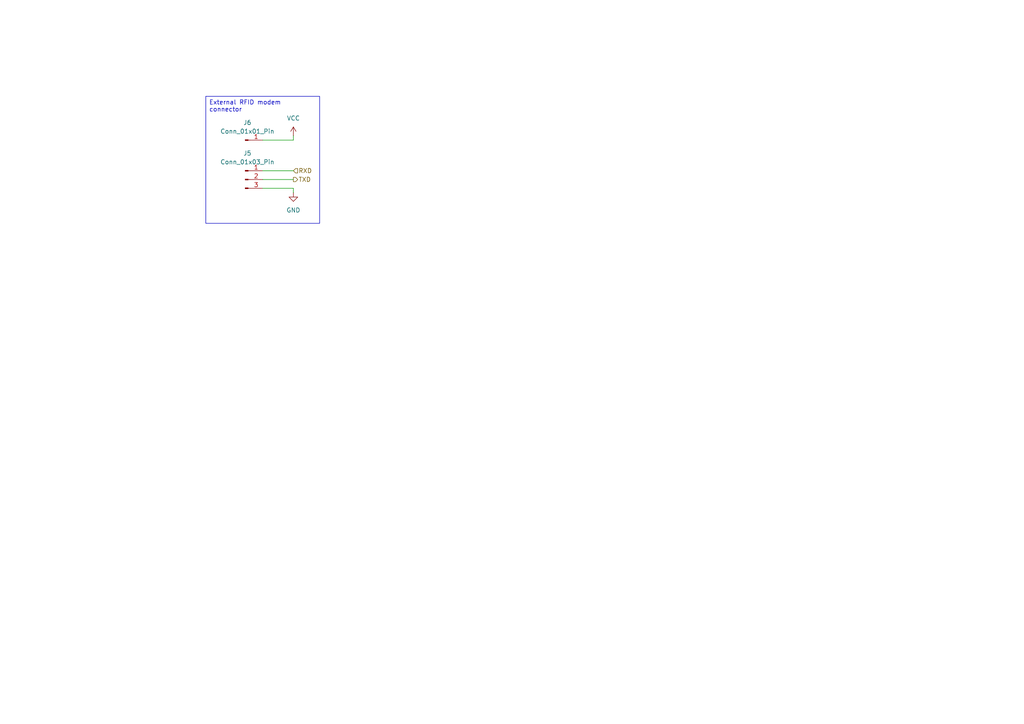
<source format=kicad_sch>
(kicad_sch (version 20250114) (generator "eeschema") (generator_version "9.0")
  (paper "A4")
  (title_block (date "2025-07-28") (rev "v1.0") (company "KN ONYKS"))
  (lib_symbols
    (symbol "Connector:Conn_01x01_Pin" (pin_names (offset 1.016) (hide yes))
      (property "Reference" "J" (at 0 2.54 0))
      (property "Value" "Conn_01x01_Pin" (at 0 -2.54 0))
      (symbol "Conn_01x01_Pin_1_1"
        (rectangle (start 0.8636 0.127) (end 0 -0.127) (stroke (width 0.1524)) (fill (type outline)))
        (polyline (pts (xy 1.27 0) (xy 0.8636 0)) (stroke (width 0.1524)))
        (pin passive line (at 5.08 0 180) (length 3.81) (name "Pin_1") (number "1"))
      )
    )
    (symbol "Connector:Conn_01x03_Pin" (pin_names (offset 1.016) (hide yes))
      (property "Reference" "J" (at 0 5.08 0))
      (property "Value" "Conn_01x03_Pin" (at 0 -5.08 0))
      (symbol "Conn_01x03_Pin_1_1"
        (rectangle (start 0.8636 2.667) (end 0 2.413) (stroke (width 0.1524)) (fill (type outline)))
        (rectangle (start 0.8636 0.127) (end 0 -0.127) (stroke (width 0.1524)) (fill (type outline)))
        (rectangle (start 0.8636 -2.413) (end 0 -2.667) (stroke (width 0.1524)) (fill (type outline)))
        (polyline (pts (xy 1.27 2.54) (xy 0.8636 2.54)) (stroke (width 0.1524)))
        (polyline (pts (xy 1.27 0) (xy 0.8636 0)) (stroke (width 0.1524)))
        (polyline (pts (xy 1.27 -2.54) (xy 0.8636 -2.54)) (stroke (width 0.1524)))
        (pin passive line (at 5.08 2.54 180) (length 3.81) (name "Pin_1") (number "1"))
        (pin passive line (at 5.08 0 180) (length 3.81) (name "Pin_2") (number "2"))
        (pin passive line (at 5.08 -2.54 180) (length 3.81) (name "Pin_3") (number "3"))
      )
    )
    (symbol "power:GND" (power) (pin_numbers (hide yes)) (pin_names (offset 0) (hide yes))
      (property "Value" "GND" (at 0 -3.81 0))
      (symbol "GND_0_1"
        (polyline (pts (xy 0 0) (xy 0 -1.27) (xy 1.27 -1.27) (xy 0 -2.54) (xy -1.27 -1.27) (xy 0 -1.27)))
      )
      (symbol "GND_1_1"
        (pin power_in line (at 0 0 270) (length 0) (name "~") (number "1"))
      )
    )
    (symbol "power:VCC" (power) (pin_numbers (hide yes)) (pin_names (offset 0) (hide yes))
      (property "Value" "VCC" (at 0 3.556 0))
      (symbol "VCC_0_1"
        (polyline (pts (xy -0.762 1.27) (xy 0 2.54)))
        (polyline (pts (xy 0 2.54) (xy 0.762 1.27)))
        (polyline (pts (xy 0 0) (xy 0 2.54)))
      )
      (symbol "VCC_1_1"
        (pin power_in line (at 0 0 90) (length 0) (name "~") (number "1"))
      )
    )
  )
  (text_box "External RFID modem connector" (at 59.69 27.94 0) (size 33.02 36.83) (margins 0.9525 0.9525 0.9525 0.9525) (effects (font (size 1.27 1.27)) (justify left top)))
  (wire (pts (xy 76.2 54.61) (xy 85.09 54.61)))
  (wire (pts (xy 76.2 49.53) (xy 85.09 49.53)))
  (wire (pts (xy 85.09 54.61) (xy 85.09 55.88)))
  (wire (pts (xy 76.2 40.64) (xy 85.09 40.64)))
  (wire (pts (xy 76.2 52.07) (xy 85.09 52.07)))
  (wire (pts (xy 85.09 39.37) (xy 85.09 40.64)))
  (hierarchical_label "TXD" (shape output) (at 85.09 52.07 0))
  (hierarchical_label "RXD" (shape input) (at 85.09 49.53 0))
  (symbol (lib_id "Connector:Conn_01x03_Pin") (at 71.12 52.07 0) (unit 1)
    (property "Reference" "J5" (at 71.755 44.45 0))
    (property "Value" "Conn_01x03_Pin" (at 71.755 46.99 0))
    (property "Footprint" "Connector_PinHeader_2.54mm:PinHeader_1x03_P2.54mm_Vertical" (effects (hide yes)))
    (property "Description" "Generic connector, single row, 01x03, script generated" (effects (hide yes)))
  )
  (symbol (lib_id "Connector:Conn_01x01_Pin") (at 71.12 40.64 0) (unit 1)
    (property "Reference" "J6" (at 71.755 35.56 0))
    (property "Value" "Conn_01x01_Pin" (at 71.755 38.1 0))
    (property "Footprint" "Connector_PinHeader_2.54mm:PinHeader_1x01_P2.54mm_Vertical" (effects (hide yes)))
    (property "Description" "Generic connector, single row, 01x01, script generated" (effects (hide yes)))
  )
  (symbol (lib_id "power:VCC") (at 85.09 39.37 0) (unit 1)
    (property "Reference" "#PWR18" (effects (hide yes)))
    (property "Value" "VCC" (at 85.09 34.29 0))
    (property "Description" "Power symbol creates a global label with name \"VCC\"" (effects (hide yes)))
  )
  (symbol (lib_id "power:GND") (at 85.09 55.88 0) (unit 1)
    (property "Reference" "#PWR19" (effects (hide yes)))
    (property "Value" "GND" (at 85.09 60.96 0))
    (property "Description" "Power symbol creates a global label with name \"GND\" , ground" (effects (hide yes)))
  )
)
</source>
